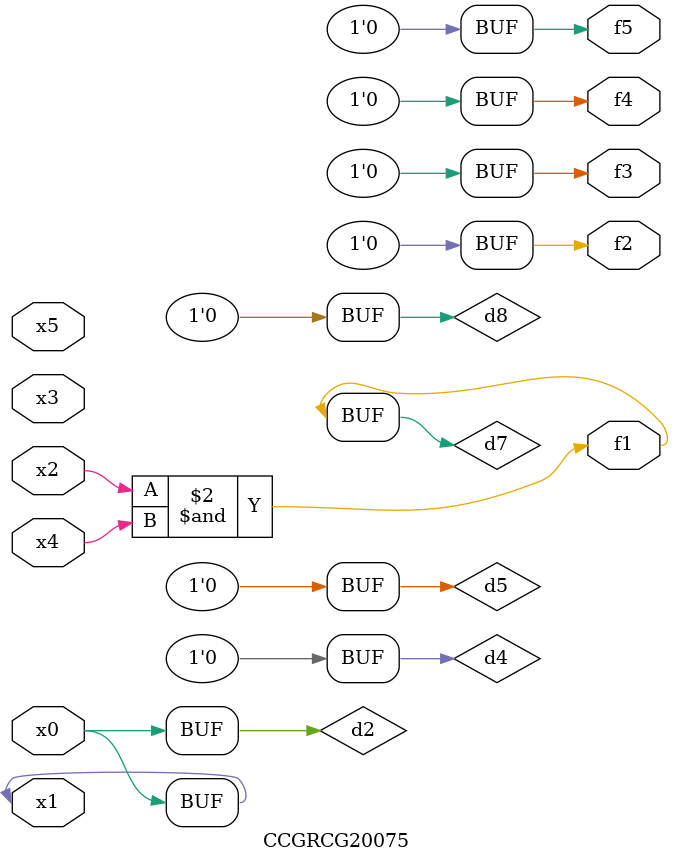
<source format=v>
module CCGRCG20075(
	input x0, x1, x2, x3, x4, x5,
	output f1, f2, f3, f4, f5
);

	wire d1, d2, d3, d4, d5, d6, d7, d8, d9;

	nand (d1, x1);
	buf (d2, x0, x1);
	nand (d3, x2, x4);
	and (d4, d1, d2);
	and (d5, d1, d2);
	nand (d6, d1, d3);
	not (d7, d3);
	xor (d8, d5);
	nor (d9, d5, d6);
	assign f1 = d7;
	assign f2 = d8;
	assign f3 = d8;
	assign f4 = d8;
	assign f5 = d8;
endmodule

</source>
